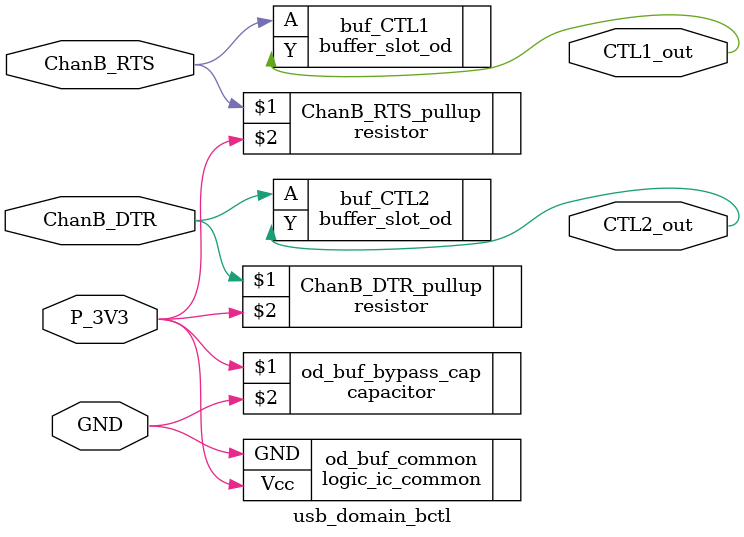
<source format=v>
/*
 * This module encapsulates the USB domain circuit for boot control.
 */

module usb_domain_bctl (GND, P_3V3, ChanB_RTS, ChanB_DTR, CTL1_out, CTL2_out);

input GND, P_3V3;
input ChanB_RTS, ChanB_DTR;
output CTL1_out, CTL2_out;

/* pull-up resistors on FT2232D outputs */

resistor ChanB_RTS_pullup (ChanB_RTS, P_3V3);
resistor ChanB_DTR_pullup (ChanB_DTR, P_3V3);

/* open drain buffers */

logic_ic_common od_buf_common ( .Vcc(P_3V3),
				.GND(GND)
	);

capacitor od_buf_bypass_cap (P_3V3, GND);

buffer_slot_od buf_CTL1 (.A(ChanB_RTS), .Y(CTL1_out));
buffer_slot_od buf_CTL2 (.A(ChanB_DTR), .Y(CTL2_out));

endmodule

</source>
